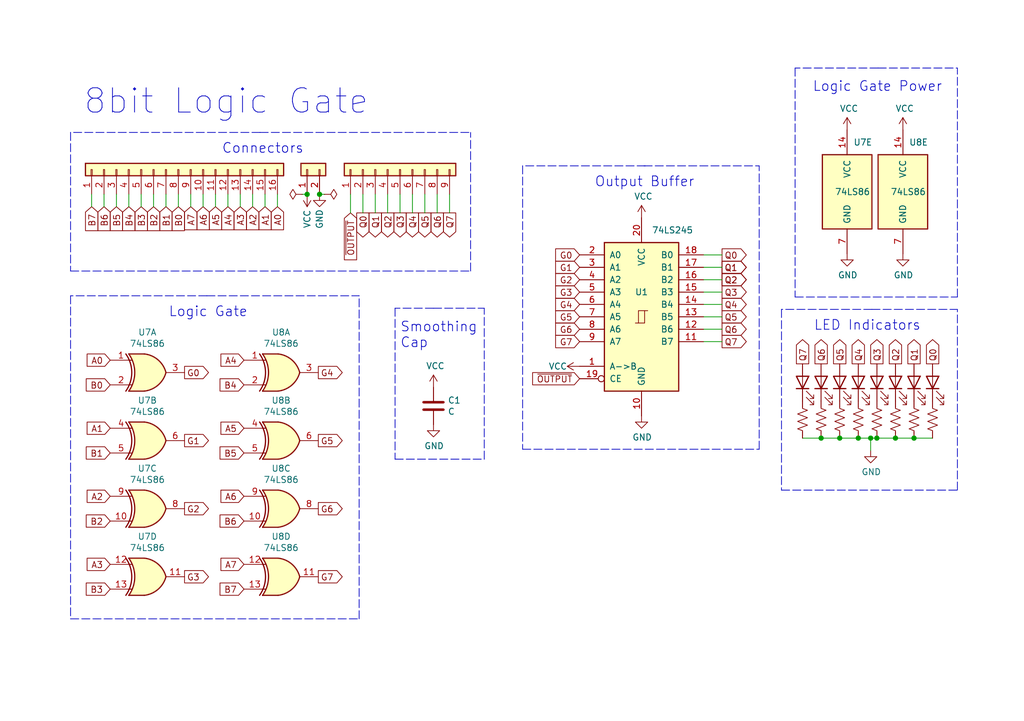
<source format=kicad_sch>
(kicad_sch (version 20211123) (generator eeschema)
  (paper "A5")
  (title_block (title "8bit Logic Gate (ALU)") (rev "3"))
  (lib_symbols
    (symbol "74xx:74LS245" (pin_names (offset 1.016))
      (property "Reference" "U" (at -7.62 16.51 0))
      (property "Value" "74LS245" (at -7.62 -16.51 0))
      (symbol "74LS245_1_0"
        (polyline (pts (xy -0.635 -1.27) (xy -0.635 1.27) (xy 0.635 1.27)))
        (polyline (pts (xy -1.27 -1.27) (xy 0.635 -1.27) (xy 0.635 1.27) (xy 1.27 1.27)))
        (pin input line (at -12.7 -10.16 0) (length 5.08) (name "A->B") (number "1"))
        (pin power_in line (at 0 -20.32 90) (length 5.08) (name "GND") (number "10"))
        (pin tri_state line (at 12.7 -5.08 180) (length 5.08) (name "B7") (number "11"))
        (pin tri_state line (at 12.7 -2.54 180) (length 5.08) (name "B6") (number "12"))
        (pin tri_state line (at 12.7 0 180) (length 5.08) (name "B5") (number "13"))
        (pin tri_state line (at 12.7 2.54 180) (length 5.08) (name "B4") (number "14"))
        (pin tri_state line (at 12.7 5.08 180) (length 5.08) (name "B3") (number "15"))
        (pin tri_state line (at 12.7 7.62 180) (length 5.08) (name "B2") (number "16"))
        (pin tri_state line (at 12.7 10.16 180) (length 5.08) (name "B1") (number "17"))
        (pin tri_state line (at 12.7 12.7 180) (length 5.08) (name "B0") (number "18"))
        (pin input inverted (at -12.7 -12.7 0) (length 5.08) (name "CE") (number "19"))
        (pin tri_state line (at -12.7 12.7 0) (length 5.08) (name "A0") (number "2"))
        (pin power_in line (at 0 20.32 270) (length 5.08) (name "VCC") (number "20"))
        (pin tri_state line (at -12.7 10.16 0) (length 5.08) (name "A1") (number "3"))
        (pin tri_state line (at -12.7 7.62 0) (length 5.08) (name "A2") (number "4"))
        (pin tri_state line (at -12.7 5.08 0) (length 5.08) (name "A3") (number "5"))
        (pin tri_state line (at -12.7 2.54 0) (length 5.08) (name "A4") (number "6"))
        (pin tri_state line (at -12.7 0 0) (length 5.08) (name "A5") (number "7"))
        (pin tri_state line (at -12.7 -2.54 0) (length 5.08) (name "A6") (number "8"))
        (pin tri_state line (at -12.7 -5.08 0) (length 5.08) (name "A7") (number "9"))
      )
      (symbol "74LS245_1_1"
        (rectangle (start -7.62 15.24) (end 7.62 -15.24) (stroke (width 0.254)) (fill (type background)))
      )
    )
    (symbol "74xx:74LS86" (pin_names (offset 1.016))
      (property "Reference" "U" (at 0 1.27 0))
      (property "Value" "74LS86" (at 0 -1.27 0))
      (symbol "74LS86_1_0"
        (arc (start -4.4196 -3.81) (mid -3.2033 0) (end -4.4196 3.81) (stroke (width 0.254)))
        (arc (start -3.81 -3.81) (mid -2.589 0) (end -3.81 3.81) (stroke (width 0.254)))
        (arc (start -0.6096 -3.81) (mid 2.1855 -2.584) (end 3.81 0) (stroke (width 0.254)) (fill (type background)))
        (polyline (pts (xy -3.81 -3.81) (xy -0.635 -3.81)) (stroke (width 0.254)) (fill (type background)))
        (polyline (pts (xy -3.81 3.81) (xy -0.635 3.81)) (stroke (width 0.254)) (fill (type background)))
        (polyline (pts (xy -0.635 3.81) (xy -3.81 3.81) (xy -3.81 3.81) (xy -3.556 3.4036) (xy -3.0226 2.2606) (xy -2.6924 1.0414) (xy -2.6162 -0.254) (xy -2.7686 -1.4986) (xy -3.175 -2.7178) (xy -3.81 -3.81) (xy -3.81 -3.81) (xy -0.635 -3.81)) (stroke (width -25.4)) (fill (type background)))
        (arc (start 3.81 0) (mid 2.1928 2.5925) (end -0.6096 3.81) (stroke (width 0.254)) (fill (type background)))
        (pin input line (at -7.62 2.54 0) (length 4.445) (name "~") (number "1"))
        (pin input line (at -7.62 -2.54 0) (length 4.445) (name "~") (number "2"))
        (pin output line (at 7.62 0 180) (length 3.81) (name "~") (number "3"))
      )
      (symbol "74LS86_1_1"
        (polyline (pts (xy -3.81 -2.54) (xy -3.175 -2.54)) (stroke (width 0.1524)))
        (polyline (pts (xy -3.81 2.54) (xy -3.175 2.54)) (stroke (width 0.1524)))
      )
      (symbol "74LS86_2_0"
        (arc (start -4.4196 -3.81) (mid -3.2033 0) (end -4.4196 3.81) (stroke (width 0.254)))
        (arc (start -3.81 -3.81) (mid -2.589 0) (end -3.81 3.81) (stroke (width 0.254)))
        (arc (start -0.6096 -3.81) (mid 2.1855 -2.584) (end 3.81 0) (stroke (width 0.254)) (fill (type background)))
        (polyline (pts (xy -3.81 -3.81) (xy -0.635 -3.81)) (stroke (width 0.254)) (fill (type background)))
        (polyline (pts (xy -3.81 3.81) (xy -0.635 3.81)) (stroke (width 0.254)) (fill (type background)))
        (polyline (pts (xy -0.635 3.81) (xy -3.81 3.81) (xy -3.81 3.81) (xy -3.556 3.4036) (xy -3.0226 2.2606) (xy -2.6924 1.0414) (xy -2.6162 -0.254) (xy -2.7686 -1.4986) (xy -3.175 -2.7178) (xy -3.81 -3.81) (xy -3.81 -3.81) (xy -0.635 -3.81)) (stroke (width -25.4)) (fill (type background)))
        (arc (start 3.81 0) (mid 2.1928 2.5925) (end -0.6096 3.81) (stroke (width 0.254)) (fill (type background)))
        (pin input line (at -7.62 2.54 0) (length 4.445) (name "~") (number "4"))
        (pin input line (at -7.62 -2.54 0) (length 4.445) (name "~") (number "5"))
        (pin output line (at 7.62 0 180) (length 3.81) (name "~") (number "6"))
      )
      (symbol "74LS86_2_1"
        (polyline (pts (xy -3.81 -2.54) (xy -3.175 -2.54)) (stroke (width 0.1524)))
        (polyline (pts (xy -3.81 2.54) (xy -3.175 2.54)) (stroke (width 0.1524)))
      )
      (symbol "74LS86_3_0"
        (arc (start -4.4196 -3.81) (mid -3.2033 0) (end -4.4196 3.81) (stroke (width 0.254)))
        (arc (start -3.81 -3.81) (mid -2.589 0) (end -3.81 3.81) (stroke (width 0.254)))
        (arc (start -0.6096 -3.81) (mid 2.1855 -2.584) (end 3.81 0) (stroke (width 0.254)) (fill (type background)))
        (polyline (pts (xy -3.81 -3.81) (xy -0.635 -3.81)) (stroke (width 0.254)) (fill (type background)))
        (polyline (pts (xy -3.81 3.81) (xy -0.635 3.81)) (stroke (width 0.254)) (fill (type background)))
        (polyline (pts (xy -0.635 3.81) (xy -3.81 3.81) (xy -3.81 3.81) (xy -3.556 3.4036) (xy -3.0226 2.2606) (xy -2.6924 1.0414) (xy -2.6162 -0.254) (xy -2.7686 -1.4986) (xy -3.175 -2.7178) (xy -3.81 -3.81) (xy -3.81 -3.81) (xy -0.635 -3.81)) (stroke (width -25.4)) (fill (type background)))
        (arc (start 3.81 0) (mid 2.1928 2.5925) (end -0.6096 3.81) (stroke (width 0.254)) (fill (type background)))
        (pin input line (at -7.62 -2.54 0) (length 4.445) (name "~") (number "10"))
        (pin output line (at 7.62 0 180) (length 3.81) (name "~") (number "8"))
        (pin input line (at -7.62 2.54 0) (length 4.445) (name "~") (number "9"))
      )
      (symbol "74LS86_3_1"
        (polyline (pts (xy -3.81 -2.54) (xy -3.175 -2.54)) (stroke (width 0.1524)))
        (polyline (pts (xy -3.81 2.54) (xy -3.175 2.54)) (stroke (width 0.1524)))
      )
      (symbol "74LS86_4_0"
        (arc (start -4.4196 -3.81) (mid -3.2033 0) (end -4.4196 3.81) (stroke (width 0.254)))
        (arc (start -3.81 -3.81) (mid -2.589 0) (end -3.81 3.81) (stroke (width 0.254)))
        (arc (start -0.6096 -3.81) (mid 2.1855 -2.584) (end 3.81 0) (stroke (width 0.254)) (fill (type background)))
        (polyline (pts (xy -3.81 -3.81) (xy -0.635 -3.81)) (stroke (width 0.254)) (fill (type background)))
        (polyline (pts (xy -3.81 3.81) (xy -0.635 3.81)) (stroke (width 0.254)) (fill (type background)))
        (polyline (pts (xy -0.635 3.81) (xy -3.81 3.81) (xy -3.81 3.81) (xy -3.556 3.4036) (xy -3.0226 2.2606) (xy -2.6924 1.0414) (xy -2.6162 -0.254) (xy -2.7686 -1.4986) (xy -3.175 -2.7178) (xy -3.81 -3.81) (xy -3.81 -3.81) (xy -0.635 -3.81)) (stroke (width -25.4)) (fill (type background)))
        (arc (start 3.81 0) (mid 2.1928 2.5925) (end -0.6096 3.81) (stroke (width 0.254)) (fill (type background)))
        (pin output line (at 7.62 0 180) (length 3.81) (name "~") (number "11"))
        (pin input line (at -7.62 2.54 0) (length 4.445) (name "~") (number "12"))
        (pin input line (at -7.62 -2.54 0) (length 4.445) (name "~") (number "13"))
      )
      (symbol "74LS86_4_1"
        (polyline (pts (xy -3.81 -2.54) (xy -3.175 -2.54)) (stroke (width 0.1524)))
        (polyline (pts (xy -3.81 2.54) (xy -3.175 2.54)) (stroke (width 0.1524)))
      )
      (symbol "74LS86_5_0"
        (pin power_in line (at 0 12.7 270) (length 5.08) (name "VCC") (number "14"))
        (pin power_in line (at 0 -12.7 90) (length 5.08) (name "GND") (number "7"))
      )
      (symbol "74LS86_5_1"
        (rectangle (start -5.08 7.62) (end 5.08 -7.62) (stroke (width 0.254)) (fill (type background)))
      )
    )
    (symbol "Connector_Generic:Conn_01x02" (pin_names (offset 1.016) hide)
      (property "Reference" "J" (at 0 2.54 0))
      (property "Value" "Conn_01x02" (at 0 -5.08 0))
      (symbol "Conn_01x02_1_1"
        (rectangle (start -1.27 -2.413) (end 0 -2.667) (stroke (width 0.1524)))
        (rectangle (start -1.27 0.127) (end 0 -0.127) (stroke (width 0.1524)))
        (rectangle (start -1.27 1.27) (end 1.27 -3.81) (stroke (width 0.254)) (fill (type background)))
        (pin passive line (at -5.08 0 0) (length 3.81) (name "Pin_1") (number "1"))
        (pin passive line (at -5.08 -2.54 0) (length 3.81) (name "Pin_2") (number "2"))
      )
    )
    (symbol "Connector_Generic:Conn_01x09" (pin_names (offset 1.016) hide)
      (property "Reference" "J" (at 0 12.7 0))
      (property "Value" "Conn_01x09" (at 0 -12.7 0))
      (symbol "Conn_01x09_1_1"
        (rectangle (start -1.27 -10.033) (end 0 -10.287) (stroke (width 0.1524)))
        (rectangle (start -1.27 -7.493) (end 0 -7.747) (stroke (width 0.1524)))
        (rectangle (start -1.27 -4.953) (end 0 -5.207) (stroke (width 0.1524)))
        (rectangle (start -1.27 -2.413) (end 0 -2.667) (stroke (width 0.1524)))
        (rectangle (start -1.27 0.127) (end 0 -0.127) (stroke (width 0.1524)))
        (rectangle (start -1.27 2.667) (end 0 2.413) (stroke (width 0.1524)))
        (rectangle (start -1.27 5.207) (end 0 4.953) (stroke (width 0.1524)))
        (rectangle (start -1.27 7.747) (end 0 7.493) (stroke (width 0.1524)))
        (rectangle (start -1.27 10.287) (end 0 10.033) (stroke (width 0.1524)))
        (rectangle (start -1.27 11.43) (end 1.27 -11.43) (stroke (width 0.254)) (fill (type background)))
        (pin passive line (at -5.08 10.16 0) (length 3.81) (name "Pin_1") (number "1"))
        (pin passive line (at -5.08 7.62 0) (length 3.81) (name "Pin_2") (number "2"))
        (pin passive line (at -5.08 5.08 0) (length 3.81) (name "Pin_3") (number "3"))
        (pin passive line (at -5.08 2.54 0) (length 3.81) (name "Pin_4") (number "4"))
        (pin passive line (at -5.08 0 0) (length 3.81) (name "Pin_5") (number "5"))
        (pin passive line (at -5.08 -2.54 0) (length 3.81) (name "Pin_6") (number "6"))
        (pin passive line (at -5.08 -5.08 0) (length 3.81) (name "Pin_7") (number "7"))
        (pin passive line (at -5.08 -7.62 0) (length 3.81) (name "Pin_8") (number "8"))
        (pin passive line (at -5.08 -10.16 0) (length 3.81) (name "Pin_9") (number "9"))
      )
    )
    (symbol "Connector_Generic:Conn_01x16" (pin_names (offset 1.016) hide)
      (property "Reference" "J" (at 0 20.32 0))
      (property "Value" "Conn_01x16" (at 0 -22.86 0))
      (symbol "Conn_01x16_1_1"
        (rectangle (start -1.27 -20.193) (end 0 -20.447) (stroke (width 0.1524)))
        (rectangle (start -1.27 -17.653) (end 0 -17.907) (stroke (width 0.1524)))
        (rectangle (start -1.27 -15.113) (end 0 -15.367) (stroke (width 0.1524)))
        (rectangle (start -1.27 -12.573) (end 0 -12.827) (stroke (width 0.1524)))
        (rectangle (start -1.27 -10.033) (end 0 -10.287) (stroke (width 0.1524)))
        (rectangle (start -1.27 -7.493) (end 0 -7.747) (stroke (width 0.1524)))
        (rectangle (start -1.27 -4.953) (end 0 -5.207) (stroke (width 0.1524)))
        (rectangle (start -1.27 -2.413) (end 0 -2.667) (stroke (width 0.1524)))
        (rectangle (start -1.27 0.127) (end 0 -0.127) (stroke (width 0.1524)))
        (rectangle (start -1.27 2.667) (end 0 2.413) (stroke (width 0.1524)))
        (rectangle (start -1.27 5.207) (end 0 4.953) (stroke (width 0.1524)))
        (rectangle (start -1.27 7.747) (end 0 7.493) (stroke (width 0.1524)))
        (rectangle (start -1.27 10.287) (end 0 10.033) (stroke (width 0.1524)))
        (rectangle (start -1.27 12.827) (end 0 12.573) (stroke (width 0.1524)))
        (rectangle (start -1.27 15.367) (end 0 15.113) (stroke (width 0.1524)))
        (rectangle (start -1.27 17.907) (end 0 17.653) (stroke (width 0.1524)))
        (rectangle (start -1.27 19.05) (end 1.27 -21.59) (stroke (width 0.254)) (fill (type background)))
        (pin passive line (at -5.08 17.78 0) (length 3.81) (name "Pin_1") (number "1"))
        (pin passive line (at -5.08 -5.08 0) (length 3.81) (name "Pin_10") (number "10"))
        (pin passive line (at -5.08 -7.62 0) (length 3.81) (name "Pin_11") (number "11"))
        (pin passive line (at -5.08 -10.16 0) (length 3.81) (name "Pin_12") (number "12"))
        (pin passive line (at -5.08 -12.7 0) (length 3.81) (name "Pin_13") (number "13"))
        (pin passive line (at -5.08 -15.24 0) (length 3.81) (name "Pin_14") (number "14"))
        (pin passive line (at -5.08 -17.78 0) (length 3.81) (name "Pin_15") (number "15"))
        (pin passive line (at -5.08 -20.32 0) (length 3.81) (name "Pin_16") (number "16"))
        (pin passive line (at -5.08 15.24 0) (length 3.81) (name "Pin_2") (number "2"))
        (pin passive line (at -5.08 12.7 0) (length 3.81) (name "Pin_3") (number "3"))
        (pin passive line (at -5.08 10.16 0) (length 3.81) (name "Pin_4") (number "4"))
        (pin passive line (at -5.08 7.62 0) (length 3.81) (name "Pin_5") (number "5"))
        (pin passive line (at -5.08 5.08 0) (length 3.81) (name "Pin_6") (number "6"))
        (pin passive line (at -5.08 2.54 0) (length 3.81) (name "Pin_7") (number "7"))
        (pin passive line (at -5.08 0 0) (length 3.81) (name "Pin_8") (number "8"))
        (pin passive line (at -5.08 -2.54 0) (length 3.81) (name "Pin_9") (number "9"))
      )
    )
    (symbol "Device:C" (pin_numbers hide) (pin_names (offset 0.254))
      (property "Reference" "C" (at 0.635 2.54 0))
      (property "Value" "C" (at 0.635 -2.54 0))
      (symbol "C_0_1"
        (polyline (pts (xy -2.032 -0.762) (xy 2.032 -0.762)) (stroke (width 0.508)))
        (polyline (pts (xy -2.032 0.762) (xy 2.032 0.762)) (stroke (width 0.508)))
      )
      (symbol "C_1_1"
        (pin passive line (at 0 3.81 270) (length 2.794) (name "~") (number "1"))
        (pin passive line (at 0 -3.81 90) (length 2.794) (name "~") (number "2"))
      )
    )
    (symbol "Device:LED" (pin_numbers hide) (pin_names (offset 1.016) hide)
      (property "Reference" "D" (at 0 2.54 0))
      (property "Value" "LED" (at 0 -2.54 0))
      (symbol "LED_0_1"
        (polyline (pts (xy -1.27 -1.27) (xy -1.27 1.27)) (stroke (width 0.254)))
        (polyline (pts (xy -1.27 0) (xy 1.27 0)))
        (polyline (pts (xy 1.27 -1.27) (xy 1.27 1.27) (xy -1.27 0) (xy 1.27 -1.27)) (stroke (width 0.254)))
        (polyline (pts (xy -3.048 -0.762) (xy -4.572 -2.286) (xy -3.81 -2.286) (xy -4.572 -2.286) (xy -4.572 -1.524)))
        (polyline (pts (xy -1.778 -0.762) (xy -3.302 -2.286) (xy -2.54 -2.286) (xy -3.302 -2.286) (xy -3.302 -1.524)))
      )
      (symbol "LED_1_1"
        (pin passive line (at -3.81 0 0) (length 2.54) (name "K") (number "1"))
        (pin passive line (at 3.81 0 180) (length 2.54) (name "A") (number "2"))
      )
    )
    (symbol "Device:R_US" (pin_numbers hide) (pin_names (offset 0))
      (property "Reference" "R" (at 2.54 0 90))
      (property "Value" "R_US" (at -2.54 0 90))
      (symbol "R_US_0_1"
        (polyline (pts (xy 0 -2.286) (xy 0 -2.54)))
        (polyline (pts (xy 0 2.286) (xy 0 2.54)))
        (polyline (pts (xy 0 -0.762) (xy 1.016 -1.143) (xy 0 -1.524) (xy -1.016 -1.905) (xy 0 -2.286)))
        (polyline (pts (xy 0 0.762) (xy 1.016 0.381) (xy 0 0) (xy -1.016 -0.381) (xy 0 -0.762)))
        (polyline (pts (xy 0 2.286) (xy 1.016 1.905) (xy 0 1.524) (xy -1.016 1.143) (xy 0 0.762)))
      )
      (symbol "R_US_1_1"
        (pin passive line (at 0 3.81 270) (length 1.27) (name "~") (number "1"))
        (pin passive line (at 0 -3.81 90) (length 1.27) (name "~") (number "2"))
      )
    )
    (symbol "power:GND" (power) (pin_names (offset 0))
      (property "Value" "GND" (at 0 -3.81 0))
      (symbol "GND_0_1"
        (polyline (pts (xy 0 0) (xy 0 -1.27) (xy 1.27 -1.27) (xy 0 -2.54) (xy -1.27 -1.27) (xy 0 -1.27)))
      )
      (symbol "GND_1_1"
        (pin power_in line (at 0 0 270) (length 0) hide (name "GND") (number "1"))
      )
    )
    (symbol "power:PWR_FLAG" (power) (pin_numbers hide) (pin_names (offset 0) hide)
      (property "Value" "PWR_FLAG" (at 0 3.81 0))
      (symbol "PWR_FLAG_0_0"
        (pin power_out line (at 0 0 90) (length 0) (name "pwr") (number "1"))
      )
      (symbol "PWR_FLAG_0_1"
        (polyline (pts (xy 0 0) (xy 0 1.27) (xy -1.016 1.905) (xy 0 2.54) (xy 1.016 1.905) (xy 0 1.27)))
      )
    )
    (symbol "power:VCC" (power) (pin_names (offset 0))
      (property "Value" "VCC" (at 0 3.81 0))
      (symbol "VCC_0_1"
        (polyline (pts (xy -0.762 1.27) (xy 0 2.54)))
        (polyline (pts (xy 0 0) (xy 0 2.54)))
        (polyline (pts (xy 0 2.54) (xy 0.762 1.27)))
      )
      (symbol "VCC_1_1"
        (pin power_in line (at 0 0 90) (length 0) hide (name "VCC") (number "1"))
      )
    )
  )
  (junction (at 168.402 89.916))
  (junction (at 65.532 39.878))
  (junction (at 179.832 89.916))
  (junction (at 172.212 89.916))
  (junction (at 62.992 39.878))
  (junction (at 187.452 89.916))
  (junction (at 176.022 89.916))
  (junction (at 178.562 89.916))
  (junction (at 183.642 89.916))
  (wire (pts (xy 172.212 89.916) (xy 176.022 89.916)))
  (wire (pts (xy 148.082 52.324) (xy 144.272 52.324)))
  (wire (pts (xy 66.548 39.878) (xy 65.532 39.878)))
  (wire (pts (xy 144.272 59.944) (xy 148.082 59.944)))
  (polyline (pts (xy 163.068 60.96) (xy 196.342 60.96)))
  (wire (pts (xy 187.452 89.916) (xy 191.262 89.916)))
  (wire (pts (xy 144.272 65.024) (xy 148.082 65.024)))
  (polyline (pts (xy 163.068 13.97) (xy 163.068 60.96)))
  (wire (pts (xy 49.276 39.878) (xy 49.276 42.418)))
  (polyline (pts (xy 14.478 55.626) (xy 96.52 55.626)))
  (polyline (pts (xy 99.314 94.234) (xy 99.314 63.246)))
  (polyline (pts (xy 53.34 27.178) (xy 96.52 27.178)))
  (wire (pts (xy 144.272 62.484) (xy 148.082 62.484)))
  (wire (pts (xy 26.416 39.878) (xy 26.416 42.418)))
  (wire (pts (xy 34.036 39.878) (xy 34.036 42.418)))
  (wire (pts (xy 87.122 43.688) (xy 87.122 39.878)))
  (wire (pts (xy 71.882 43.688) (xy 71.882 39.878)))
  (polyline (pts (xy 14.478 127) (xy 73.66 127)))
  (polyline (pts (xy 196.342 60.96) (xy 196.342 13.97)))
  (wire (pts (xy 82.042 43.688) (xy 82.042 39.878)))
  (polyline (pts (xy 155.702 92.202) (xy 155.702 34.036)))
  (polyline (pts (xy 81.026 63.246) (xy 81.026 94.234)))
  (wire (pts (xy 144.272 70.104) (xy 148.082 70.104)))
  (wire (pts (xy 144.272 54.864) (xy 148.082 54.864)))
  (wire (pts (xy 178.562 89.916) (xy 178.562 92.456)))
  (wire (pts (xy 51.816 39.878) (xy 51.816 42.418)))
  (polyline (pts (xy 73.66 127) (xy 73.66 60.706)))
  (polyline (pts (xy 42.418 60.706) (xy 14.478 60.706)))
  (wire (pts (xy 84.582 43.688) (xy 84.582 39.878)))
  (polyline (pts (xy 81.026 94.234) (xy 99.314 94.234)))
  (wire (pts (xy 144.272 67.564) (xy 148.082 67.564)))
  (wire (pts (xy 76.962 43.688) (xy 76.962 39.878)))
  (polyline (pts (xy 178.816 63.5) (xy 196.342 63.5)))
  (wire (pts (xy 21.336 39.878) (xy 21.336 42.418)))
  (polyline (pts (xy 88.9 63.246) (xy 81.026 63.246)))
  (wire (pts (xy 168.402 89.916) (xy 172.212 89.916)))
  (wire (pts (xy 54.356 39.878) (xy 54.356 42.418)))
  (polyline (pts (xy 14.478 60.706) (xy 14.478 127)))
  (wire (pts (xy 74.422 43.688) (xy 74.422 39.878)))
  (wire (pts (xy 79.502 43.688) (xy 79.502 39.878)))
  (wire (pts (xy 179.832 89.916) (xy 183.642 89.916)))
  (polyline (pts (xy 107.188 34.036) (xy 107.188 92.202)))
  (polyline (pts (xy 132.334 34.036) (xy 107.188 34.036)))
  (wire (pts (xy 44.196 39.878) (xy 44.196 42.418)))
  (wire (pts (xy 36.576 39.878) (xy 36.576 42.418)))
  (wire (pts (xy 46.736 39.878) (xy 46.736 42.418)))
  (wire (pts (xy 92.202 43.688) (xy 92.202 39.878)))
  (polyline (pts (xy 53.34 27.178) (xy 14.478 27.178)))
  (wire (pts (xy 178.562 89.916) (xy 179.832 89.916)))
  (wire (pts (xy 61.976 39.878) (xy 62.992 39.878)))
  (wire (pts (xy 183.642 89.916) (xy 187.452 89.916)))
  (wire (pts (xy 89.662 43.688) (xy 89.662 39.878)))
  (polyline (pts (xy 96.52 55.626) (xy 96.52 27.178)))
  (wire (pts (xy 164.592 89.916) (xy 168.402 89.916)))
  (polyline (pts (xy 107.188 92.202) (xy 155.702 92.202)))
  (polyline (pts (xy 42.418 60.706) (xy 73.66 60.706)))
  (polyline (pts (xy 180.086 13.97) (xy 196.342 13.97)))
  (polyline (pts (xy 160.274 100.584) (xy 196.342 100.584)))
  (wire (pts (xy 28.956 39.878) (xy 28.956 42.418)))
  (polyline (pts (xy 160.274 63.5) (xy 160.274 100.584)))
  (polyline (pts (xy 180.086 13.97) (xy 163.068 13.97)))
  (wire (pts (xy 41.656 39.878) (xy 41.656 42.418)))
  (polyline (pts (xy 196.342 100.584) (xy 196.342 63.5)))
  (wire (pts (xy 56.896 39.878) (xy 56.896 42.418)))
  (wire (pts (xy 18.796 39.878) (xy 18.796 42.418)))
  (wire (pts (xy 176.022 89.916) (xy 178.562 89.916)))
  (wire (pts (xy 23.876 39.878) (xy 23.876 42.418)))
  (polyline (pts (xy 132.08 34.036) (xy 155.702 34.036)))
  (polyline (pts (xy 88.9 63.246) (xy 99.314 63.246)))
  (wire (pts (xy 39.116 39.878) (xy 39.116 42.418)))
  (polyline (pts (xy 178.816 63.5) (xy 160.274 63.5)))
  (polyline (pts (xy 14.478 27.178) (xy 14.478 55.626)))
  (wire (pts (xy 31.496 39.878) (xy 31.496 42.418)))
  (wire (pts (xy 144.272 57.404) (xy 148.082 57.404)))
  (text "LED Indicators" (at 166.878 68.072 0) (effects (font (size 2 2)) (justify left bottom)))
  (text "8bit Logic Gate" (at 17.018 23.876 0) (effects (font (size 5 5)) (justify left bottom)))
  (text "Logic Gate Power" (at 166.624 19.05 0) (effects (font (size 2 2)) (justify left bottom)))
  (text "Smoothing\nCap" (at 82.042 71.628 0) (effects (font (size 2 2)) (justify left bottom)))
  (text "Connectors" (at 45.466 31.75 0) (effects (font (size 2 2)) (justify left bottom)))
  (text "Logic Gate" (at 34.544 65.278 0) (effects (font (size 2 2)) (justify left bottom)))
  (text "Output Buffer" (at 121.92 38.608 0) (effects (font (size 2 2)) (justify left bottom)))
  (global_label "A4" (shape input) (at 46.736 42.418 270) (property "Intersheet References" "${INTERSHEET_REFS}" (effects hide)))
  (global_label "B5" (shape input) (at 23.876 42.418 270) (property "Intersheet References" "${INTERSHEET_REFS}" (effects hide)))
  (global_label "Q6" (shape output) (at 89.662 43.688 270) (property "Intersheet References" "${INTERSHEET_REFS}" (effects hide)))
  (global_label "G5" (shape output) (at 65.278 90.424 0) (property "Intersheet References" "${INTERSHEET_REFS}" (effects hide)))
  (global_label "A7" (shape input) (at 39.116 42.418 270) (property "Intersheet References" "${INTERSHEET_REFS}" (effects hide)))
  (global_label "Q7" (shape output) (at 92.202 43.688 270) (property "Intersheet References" "${INTERSHEET_REFS}" (effects hide)))
  (global_label "G4" (shape output) (at 65.278 76.454 0) (property "Intersheet References" "${INTERSHEET_REFS}" (effects hide)))
  (global_label "Q5" (shape output) (at 172.212 74.676 90) (property "Intersheet References" "${INTERSHEET_REFS}" (effects hide)))
  (global_label "Q4" (shape output) (at 148.082 62.484 0) (property "Intersheet References" "${INTERSHEET_REFS}" (effects hide)))
  (global_label "Q0" (shape output) (at 191.262 74.676 90) (property "Intersheet References" "${INTERSHEET_REFS}" (effects hide)))
  (global_label "B0" (shape input) (at 22.606 78.994 180) (property "Intersheet References" "${INTERSHEET_REFS}" (effects hide)))
  (global_label "G0" (shape output) (at 37.846 76.454 0) (property "Intersheet References" "${INTERSHEET_REFS}" (effects hide)))
  (global_label "Q0" (shape output) (at 74.422 43.688 270) (property "Intersheet References" "${INTERSHEET_REFS}" (effects hide)))
  (global_label "Q1" (shape output) (at 148.082 54.864 0) (property "Intersheet References" "${INTERSHEET_REFS}" (effects hide)))
  (global_label "Q2" (shape output) (at 148.082 57.404 0) (property "Intersheet References" "${INTERSHEET_REFS}" (effects hide)))
  (global_label "G1" (shape input) (at 118.872 54.864 180) (property "Intersheet References" "${INTERSHEET_REFS}" (effects hide)))
  (global_label "Q2" (shape output) (at 183.642 74.676 90) (property "Intersheet References" "${INTERSHEET_REFS}" (effects hide)))
  (global_label "G4" (shape input) (at 118.872 62.484 180) (property "Intersheet References" "${INTERSHEET_REFS}" (effects hide)))
  (global_label "B7" (shape input) (at 18.796 42.418 270) (property "Intersheet References" "${INTERSHEET_REFS}" (effects hide)))
  (global_label "G7" (shape output) (at 65.278 118.364 0) (property "Intersheet References" "${INTERSHEET_REFS}" (effects hide)))
  (global_label "B7" (shape input) (at 50.038 120.904 180) (property "Intersheet References" "${INTERSHEET_REFS}" (effects hide)))
  (global_label "Q3" (shape output) (at 82.042 43.688 270) (property "Intersheet References" "${INTERSHEET_REFS}" (effects hide)))
  (global_label "B2" (shape input) (at 31.496 42.418 270) (property "Intersheet References" "${INTERSHEET_REFS}" (effects hide)))
  (global_label "G1" (shape output) (at 37.846 90.424 0) (property "Intersheet References" "${INTERSHEET_REFS}" (effects hide)))
  (global_label "A2" (shape input) (at 22.606 101.854 180) (property "Intersheet References" "${INTERSHEET_REFS}" (effects hide)))
  (global_label "Q6" (shape output) (at 148.082 67.564 0) (property "Intersheet References" "${INTERSHEET_REFS}" (effects hide)))
  (global_label "G6" (shape output) (at 65.278 104.394 0) (property "Intersheet References" "${INTERSHEET_REFS}" (effects hide)))
  (global_label "G2" (shape input) (at 118.872 57.404 180) (property "Intersheet References" "${INTERSHEET_REFS}" (effects hide)))
  (global_label "A3" (shape input) (at 22.606 115.824 180) (property "Intersheet References" "${INTERSHEET_REFS}" (effects hide)))
  (global_label "Q2" (shape output) (at 148.082 57.404 0) (property "Intersheet References" "${INTERSHEET_REFS}" (effects hide)))
  (global_label "B4" (shape input) (at 26.416 42.418 270) (property "Intersheet References" "${INTERSHEET_REFS}" (effects hide)))
  (global_label "Q1" (shape output) (at 148.082 54.864 0) (property "Intersheet References" "${INTERSHEET_REFS}" (effects hide)))
  (global_label "A0" (shape input) (at 56.896 42.418 270) (property "Intersheet References" "${INTERSHEET_REFS}" (effects hide)))
  (global_label "A1" (shape input) (at 22.606 87.884 180) (property "Intersheet References" "${INTERSHEET_REFS}" (effects hide)))
  (global_label "A6" (shape input) (at 50.038 101.854 180) (property "Intersheet References" "${INTERSHEET_REFS}" (effects hide)))
  (global_label "B1" (shape input) (at 22.606 92.964 180) (property "Intersheet References" "${INTERSHEET_REFS}" (effects hide)))
  (global_label "G3" (shape input) (at 118.872 59.944 180) (property "Intersheet References" "${INTERSHEET_REFS}" (effects hide)))
  (global_label "B2" (shape input) (at 22.606 106.934 180) (property "Intersheet References" "${INTERSHEET_REFS}" (effects hide)))
  (global_label "G2" (shape output) (at 37.846 104.394 0) (property "Intersheet References" "${INTERSHEET_REFS}" (effects hide)))
  (global_label "A5" (shape input) (at 50.038 87.884 180) (property "Intersheet References" "${INTERSHEET_REFS}" (effects hide)))
  (global_label "B1" (shape input) (at 34.036 42.418 270) (property "Intersheet References" "${INTERSHEET_REFS}" (effects hide)))
  (global_label "B0" (shape input) (at 36.576 42.418 270) (property "Intersheet References" "${INTERSHEET_REFS}" (effects hide)))
  (global_label "A5" (shape input) (at 44.196 42.418 270) (property "Intersheet References" "${INTERSHEET_REFS}" (effects hide)))
  (global_label "B5" (shape input) (at 50.038 92.964 180) (property "Intersheet References" "${INTERSHEET_REFS}" (effects hide)))
  (global_label "Q7" (shape output) (at 148.082 70.104 0) (property "Intersheet References" "${INTERSHEET_REFS}" (effects hide)))
  (global_label "Q3" (shape output) (at 148.082 59.944 0) (property "Intersheet References" "${INTERSHEET_REFS}" (effects hide)))
  (global_label "G7" (shape input) (at 118.872 70.104 180) (property "Intersheet References" "${INTERSHEET_REFS}" (effects hide)))
  (global_label "B4" (shape input) (at 50.038 78.994 180) (property "Intersheet References" "${INTERSHEET_REFS}" (effects hide)))
  (global_label "B3" (shape input) (at 28.956 42.418 270) (property "Intersheet References" "${INTERSHEET_REFS}" (effects hide)))
  (global_label "B6" (shape input) (at 50.038 106.934 180) (property "Intersheet References" "${INTERSHEET_REFS}" (effects hide)))
  (global_label "Q7" (shape output) (at 164.592 74.676 90) (property "Intersheet References" "${INTERSHEET_REFS}" (effects hide)))
  (global_label "A0" (shape input) (at 22.606 73.914 180) (property "Intersheet References" "${INTERSHEET_REFS}" (effects hide)))
  (global_label "A2" (shape input) (at 51.816 42.418 270) (property "Intersheet References" "${INTERSHEET_REFS}" (effects hide)))
  (global_label "B6" (shape input) (at 21.336 42.418 270) (property "Intersheet References" "${INTERSHEET_REFS}" (effects hide)))
  (global_label "A3" (shape input) (at 49.276 42.418 270) (property "Intersheet References" "${INTERSHEET_REFS}" (effects hide)))
  (global_label "~{OUTPUT}" (shape input) (at 71.882 43.688 270) (property "Intersheet References" "${INTERSHEET_REFS}" (effects hide)))
  (global_label "Q3" (shape output) (at 179.832 74.676 90) (property "Intersheet References" "${INTERSHEET_REFS}" (effects hide)))
  (global_label "G5" (shape input) (at 118.872 65.024 180) (property "Intersheet References" "${INTERSHEET_REFS}" (effects hide)))
  (global_label "G0" (shape input) (at 118.872 52.324 180) (property "Intersheet References" "${INTERSHEET_REFS}" (effects hide)))
  (global_label "~{OUTPUT}" (shape input) (at 118.872 77.724 180) (property "Intersheet References" "${INTERSHEET_REFS}" (effects hide)))
  (global_label "Q4" (shape output) (at 176.022 74.676 90) (property "Intersheet References" "${INTERSHEET_REFS}" (effects hide)))
  (global_label "A6" (shape input) (at 41.656 42.418 270) (property "Intersheet References" "${INTERSHEET_REFS}" (effects hide)))
  (global_label "Q5" (shape output) (at 148.082 65.024 0) (property "Intersheet References" "${INTERSHEET_REFS}" (effects hide)))
  (global_label "Q4" (shape output) (at 84.582 43.688 270) (property "Intersheet References" "${INTERSHEET_REFS}" (effects hide)))
  (global_label "Q1" (shape output) (at 187.452 74.676 90) (property "Intersheet References" "${INTERSHEET_REFS}" (effects hide)))
  (global_label "Q6" (shape output) (at 168.402 74.676 90) (property "Intersheet References" "${INTERSHEET_REFS}" (effects hide)))
  (global_label "G3" (shape output) (at 37.846 118.364 0) (property "Intersheet References" "${INTERSHEET_REFS}" (effects hide)))
  (global_label "Q5" (shape output) (at 87.122 43.688 270) (property "Intersheet References" "${INTERSHEET_REFS}" (effects hide)))
  (global_label "Q2" (shape output) (at 79.502 43.688 270) (property "Intersheet References" "${INTERSHEET_REFS}" (effects hide)))
  (global_label "A4" (shape input) (at 50.038 73.914 180) (property "Intersheet References" "${INTERSHEET_REFS}" (effects hide)))
  (global_label "Q0" (shape output) (at 148.082 52.324 0) (property "Intersheet References" "${INTERSHEET_REFS}" (effects hide)))
  (global_label "Q1" (shape output) (at 76.962 43.688 270) (property "Intersheet References" "${INTERSHEET_REFS}" (effects hide)))
  (global_label "B3" (shape input) (at 22.606 120.904 180) (property "Intersheet References" "${INTERSHEET_REFS}" (effects hide)))
  (global_label "G6" (shape input) (at 118.872 67.564 180) (property "Intersheet References" "${INTERSHEET_REFS}" (effects hide)))
  (global_label "A1" (shape input) (at 54.356 42.418 270) (property "Intersheet References" "${INTERSHEET_REFS}" (effects hide)))
  (global_label "A7" (shape input) (at 50.038 115.824 180) (property "Intersheet References" "${INTERSHEET_REFS}" (effects hide)))
  (symbol (lib_id "power:VCC") (at 173.736 26.67 0)
    (property "Reference" "#PWR06" (effects hide))
    (property "Value" "VCC" (at 174.117 22.2758 0))
  )
  (symbol (lib_id "power:GND") (at 173.736 52.07 0)
    (property "Reference" "#PWR07" (effects hide))
    (property "Value" "GND" (at 173.863 56.4642 0))
  )
  (symbol (lib_id "power:VCC") (at 185.166 26.67 0)
    (property "Reference" "#PWR08" (effects hide))
    (property "Value" "VCC" (at 185.547 22.2758 0))
  )
  (symbol (lib_id "power:GND") (at 185.166 52.07 0)
    (property "Reference" "#PWR09" (effects hide))
    (property "Value" "GND" (at 185.293 56.4642 0))
  )
  (symbol (lib_id "power:VCC") (at 118.872 75.184 90)
    (property "Reference" "#PWR03" (effects hide))
    (property "Value" "VCC" (at 116.332 75.184 90) (effects (justify left)))
  )
  (symbol (lib_id "74xx:74LS245") (at 131.572 65.024 0)
    (property "Reference" "U1" (at 131.572 59.944 0))
    (property "Value" "74LS245" (at 137.922 47.244 0))
    (property "Footprint" "Package_SO:TSSOP-20_4.4x6.5mm_P0.65mm" (effects hide))
    (property "Datasheet" "http://www.ti.com/lit/gpn/sn74LS245" (effects hide))
  )
  (symbol (lib_id "power:GND") (at 131.572 85.344 0)
    (property "Reference" "#PWR05" (effects hide))
    (property "Value" "GND" (at 131.699 89.7382 0))
  )
  (symbol (lib_id "power:VCC") (at 131.572 44.704 0)
    (property "Reference" "#PWR04" (effects hide))
    (property "Value" "VCC" (at 131.953 40.3098 0))
  )
  (symbol (lib_id "74xx:74LS86") (at 30.226 76.454 0) (unit 1)
    (property "Reference" "U7" (at 30.226 68.199 0))
    (property "Value" "74LS86" (at 30.226 70.5104 0))
    (property "Footprint" "Package_SO:TSSOP-14_4.4x5mm_P0.65mm" (effects hide))
    (property "Datasheet" "74xx/74ls86.pdf" (effects hide))
  )
  (symbol (lib_id "74xx:74LS86") (at 30.226 90.424 0) (unit 2)
    (property "Reference" "U7" (at 30.226 82.169 0))
    (property "Value" "74LS86" (at 30.226 84.4804 0))
    (property "Footprint" "Package_SO:TSSOP-14_4.4x5mm_P0.65mm" (effects hide))
    (property "Datasheet" "74xx/74ls86.pdf" (effects hide))
  )
  (symbol (lib_id "74xx:74LS86") (at 30.226 104.394 0) (unit 3)
    (property "Reference" "U7" (at 30.226 96.139 0))
    (property "Value" "74LS86" (at 30.226 98.4504 0))
    (property "Footprint" "Package_SO:TSSOP-14_4.4x5mm_P0.65mm" (effects hide))
    (property "Datasheet" "74xx/74ls86.pdf" (effects hide))
  )
  (symbol (lib_id "74xx:74LS86") (at 30.226 118.364 0) (unit 4)
    (property "Reference" "U7" (at 30.226 110.109 0))
    (property "Value" "74LS86" (at 30.226 112.4204 0))
    (property "Footprint" "Package_SO:TSSOP-14_4.4x5mm_P0.65mm" (effects hide))
    (property "Datasheet" "74xx/74ls86.pdf" (effects hide))
  )
  (symbol (lib_id "74xx:74LS86") (at 173.736 39.37 0) (unit 5)
    (property "Reference" "U7" (at 175.006 29.21 0) (effects (justify left)))
    (property "Value" "74LS86" (at 171.196 39.37 0) (effects (justify left)))
    (property "Footprint" "Package_SO:TSSOP-14_4.4x5mm_P0.65mm" (effects hide))
    (property "Datasheet" "74xx/74ls86.pdf" (effects hide))
  )
  (symbol (lib_id "74xx:74LS86") (at 57.658 76.454 0) (unit 1)
    (property "Reference" "U8" (at 57.658 68.199 0))
    (property "Value" "74LS86" (at 57.658 70.5104 0))
    (property "Footprint" "Package_SO:TSSOP-14_4.4x5mm_P0.65mm" (effects hide))
    (property "Datasheet" "74xx/74ls86.pdf" (effects hide))
  )
  (symbol (lib_id "74xx:74LS86") (at 57.658 90.424 0) (unit 2)
    (property "Reference" "U8" (at 57.658 82.169 0))
    (property "Value" "74LS86" (at 57.658 84.4804 0))
    (property "Footprint" "Package_SO:TSSOP-14_4.4x5mm_P0.65mm" (effects hide))
    (property "Datasheet" "74xx/74ls86.pdf" (effects hide))
  )
  (symbol (lib_id "74xx:74LS86") (at 57.658 104.394 0) (unit 3)
    (property "Reference" "U8" (at 57.658 96.139 0))
    (property "Value" "74LS86" (at 57.658 98.4504 0))
    (property "Footprint" "Package_SO:TSSOP-14_4.4x5mm_P0.65mm" (effects hide))
    (property "Datasheet" "74xx/74ls86.pdf" (effects hide))
  )
  (symbol (lib_id "74xx:74LS86") (at 57.658 118.364 0) (unit 4)
    (property "Reference" "U8" (at 57.658 110.109 0))
    (property "Value" "74LS86" (at 57.658 112.4204 0))
    (property "Footprint" "Package_SO:TSSOP-14_4.4x5mm_P0.65mm" (effects hide))
    (property "Datasheet" "74xx/74ls86.pdf" (effects hide))
  )
  (symbol (lib_id "74xx:74LS86") (at 185.166 39.37 0) (unit 5)
    (property "Reference" "U8" (at 186.436 29.21 0) (effects (justify left)))
    (property "Value" "74LS86" (at 182.626 39.37 0) (effects (justify left)))
    (property "Footprint" "Package_SO:TSSOP-14_4.4x5mm_P0.65mm" (effects hide))
    (property "Datasheet" "74xx/74ls86.pdf" (effects hide))
  )
  (symbol (lib_id "Device:C") (at 88.9 83.312 0) (unit 1)
    (property "Reference" "C1" (at 91.821 82.1436 0) (effects (justify left)))
    (property "Value" "C" (at 91.821 84.455 0) (effects (justify left)))
    (property "Footprint" "Capacitor_SMD:C_0805_2012Metric" (effects hide))
  )
  (symbol (lib_id "power:GND") (at 88.9 87.122 0)
    (property "Reference" "#PWR011" (effects hide))
    (property "Value" "GND" (at 89.027 91.5162 0))
  )
  (symbol (lib_id "power:VCC") (at 88.9 79.502 0)
    (property "Reference" "#PWR010" (effects hide))
    (property "Value" "VCC" (at 89.281 75.1078 0))
  )
  (symbol (lib_id "Device:LED") (at 164.592 78.486 90) (unit 1)
    (property "Reference" "D1" (effects hide))
    (property "Value" "LED" (effects hide))
    (property "Footprint" "LED_SMD:LED_0805_2012Metric" (effects hide))
  )
  (symbol (lib_id "Device:R_US") (at 164.592 86.106 0) (unit 1)
    (property "Reference" "R1" (effects hide))
    (property "Value" "R_US" (effects hide))
    (property "Footprint" "Resistor_SMD:R_0805_2012Metric" (effects hide))
  )
  (symbol (lib_id "Device:LED") (at 168.402 78.486 90) (unit 1)
    (property "Reference" "D2" (effects hide))
    (property "Value" "LED" (effects hide))
    (property "Footprint" "LED_SMD:LED_0805_2012Metric" (effects hide))
  )
  (symbol (lib_id "Device:LED") (at 172.212 78.486 90) (unit 1)
    (property "Reference" "D3" (effects hide))
    (property "Value" "LED" (effects hide))
    (property "Footprint" "LED_SMD:LED_0805_2012Metric" (effects hide))
  )
  (symbol (lib_id "Device:LED") (at 176.022 78.486 90) (unit 1)
    (property "Reference" "D4" (effects hide))
    (property "Value" "LED" (effects hide))
    (property "Footprint" "LED_SMD:LED_0805_2012Metric" (effects hide))
  )
  (symbol (lib_id "Device:LED") (at 179.832 78.486 90) (unit 1)
    (property "Reference" "D5" (effects hide))
    (property "Value" "LED" (effects hide))
    (property "Footprint" "LED_SMD:LED_0805_2012Metric" (effects hide))
  )
  (symbol (lib_id "Device:LED") (at 183.642 78.486 90) (unit 1)
    (property "Reference" "D6" (effects hide))
    (property "Value" "LED" (effects hide))
    (property "Footprint" "LED_SMD:LED_0805_2012Metric" (effects hide))
  )
  (symbol (lib_id "Device:LED") (at 187.452 78.486 90) (unit 1)
    (property "Reference" "D7" (effects hide))
    (property "Value" "LED" (effects hide))
    (property "Footprint" "LED_SMD:LED_0805_2012Metric" (effects hide))
  )
  (symbol (lib_id "Device:LED") (at 191.262 78.486 90) (unit 1)
    (property "Reference" "D8" (effects hide))
    (property "Value" "LED" (effects hide))
    (property "Footprint" "LED_SMD:LED_0805_2012Metric" (effects hide))
  )
  (symbol (lib_id "power:GND") (at 178.562 92.456 0)
    (property "Reference" "#PWR012" (effects hide))
    (property "Value" "GND" (at 178.689 96.8502 0))
  )
  (symbol (lib_id "Device:R_US") (at 168.402 86.106 0) (unit 1)
    (property "Reference" "R2" (effects hide))
    (property "Value" "R_US" (effects hide))
    (property "Footprint" "Resistor_SMD:R_0805_2012Metric" (effects hide))
  )
  (symbol (lib_id "Device:R_US") (at 172.212 86.106 0) (unit 1)
    (property "Reference" "R3" (effects hide))
    (property "Value" "R_US" (effects hide))
    (property "Footprint" "Resistor_SMD:R_0805_2012Metric" (effects hide))
  )
  (symbol (lib_id "Device:R_US") (at 176.022 86.106 0) (unit 1)
    (property "Reference" "R4" (effects hide))
    (property "Value" "R_US" (effects hide))
    (property "Footprint" "Resistor_SMD:R_0805_2012Metric" (effects hide))
  )
  (symbol (lib_id "Device:R_US") (at 179.832 86.106 0) (unit 1)
    (property "Reference" "R5" (effects hide))
    (property "Value" "R_US" (effects hide))
    (property "Footprint" "Resistor_SMD:R_0805_2012Metric" (effects hide))
  )
  (symbol (lib_id "Device:R_US") (at 183.642 86.106 0) (unit 1)
    (property "Reference" "R6" (effects hide))
    (property "Value" "R_US" (effects hide))
    (property "Footprint" "Resistor_SMD:R_0805_2012Metric" (effects hide))
  )
  (symbol (lib_id "Device:R_US") (at 187.452 86.106 0) (unit 1)
    (property "Reference" "R7" (effects hide))
    (property "Value" "R_US" (effects hide))
    (property "Footprint" "Resistor_SMD:R_0805_2012Metric" (effects hide))
  )
  (symbol (lib_id "Device:R_US") (at 191.262 86.106 0) (unit 1)
    (property "Reference" "R8" (effects hide))
    (property "Value" "R_US" (effects hide))
    (property "Footprint" "Resistor_SMD:R_0805_2012Metric" (effects hide))
  )
  (symbol (lib_id "Connector_Generic:Conn_01x16") (at 36.576 34.798 90) (unit 1)
    (property "Reference" "J1" (effects hide))
    (property "Value" "Conn_01x16" (effects hide))
    (property "Footprint" "Connector_PinSocket_2.54mm:PinSocket_1x16_P2.54mm_Vertical" (effects hide))
  )
  (symbol (lib_id "Connector_Generic:Conn_01x09") (at 82.042 34.798 90) (unit 1)
    (property "Reference" "J3" (effects hide))
    (property "Value" "Conn_01x09" (effects hide))
    (property "Footprint" "Connector_PinSocket_2.54mm:PinSocket_1x09_P2.54mm_Vertical" (effects hide))
  )
  (symbol (lib_id "Connector_Generic:Conn_01x02") (at 62.992 34.798 90) (unit 1)
    (property "Reference" "J2" (effects hide))
    (property "Value" "Conn_01x02" (effects hide))
    (property "Footprint" "Connector_PinSocket_2.54mm:PinSocket_1x02_P2.54mm_Vertical" (effects hide))
  )
  (symbol (lib_id "power:GND") (at 65.532 39.878 0)
    (property "Reference" "#PWR01" (effects hide))
    (property "Value" "GND" (at 65.532 44.958 90))
  )
  (symbol (lib_id "power:VCC") (at 62.992 39.878 180)
    (property "Reference" "#PWR02" (effects hide))
    (property "Value" "VCC" (at 62.992 44.958 90))
  )
  (symbol (lib_id "power:PWR_FLAG") (at 66.548 39.878 270) (unit 1)
    (property "Reference" "#FLG01" (effects hide))
    (property "Value" "PWR_FLAG" (effects hide))
  )
  (symbol (lib_id "power:PWR_FLAG") (at 61.976 39.878 90) (unit 1)
    (property "Reference" "#FLG02" (effects hide))
    (property "Value" "PWR_FLAG" (effects hide))
  )
)
</source>
